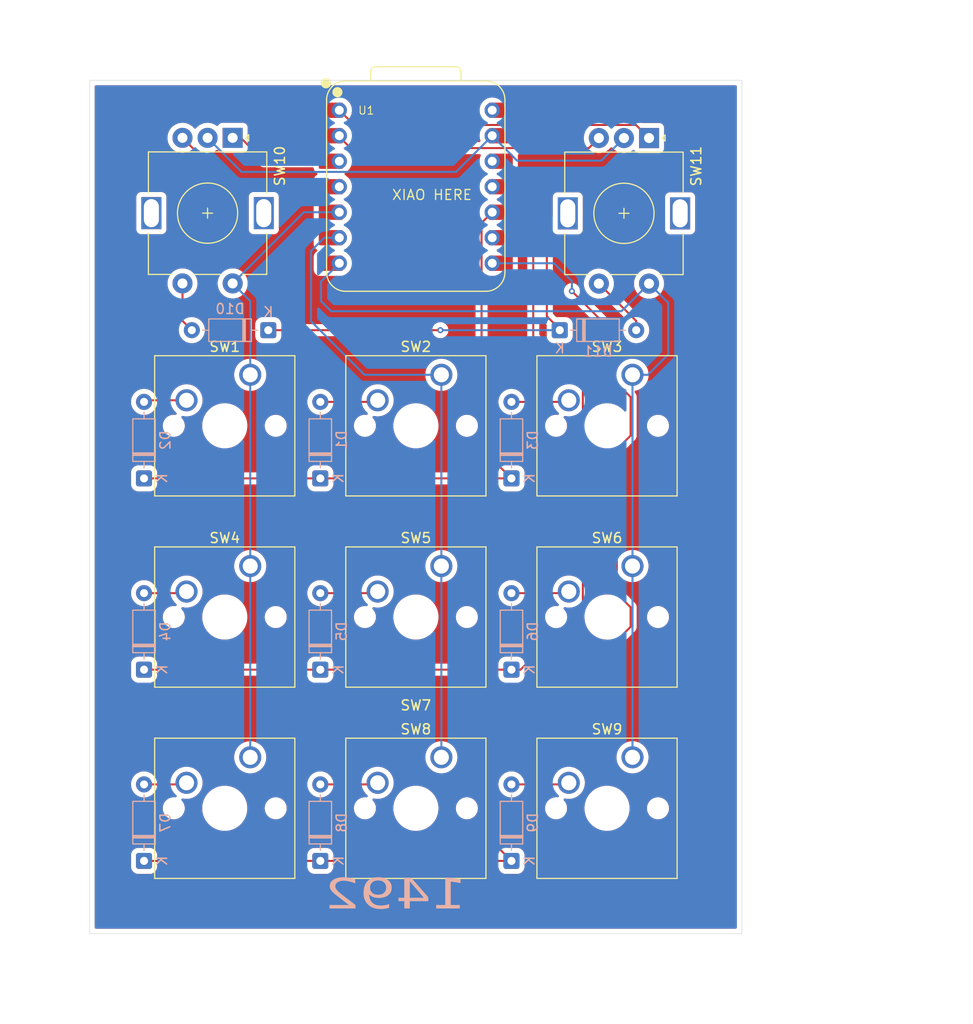
<source format=kicad_pcb>
(kicad_pcb (version 20241229) (generator "pcbnew") (generator_version "9.0")
  (layers (0 "F.Cu" signal) (2 "B.Cu" signal) (13 "F.Paste" user) (15 "B.Paste" user) (5 "F.SilkS" user "F.Silkscreen") (7 "B.SilkS" user "B.Silkscreen") (1 "F.Mask" user) (3 "B.Mask" user) (25 "Edge.Cuts" user))
  (net 0 "")
  (net 1 "Row 1")
  (net 2 "Net-(D1-A)")
  (net 3 "Net-(D2-A)")
  (net 4 "Net-(D3-A)")
  (net 5 "Row 2")
  (net 6 "Net-(D4-A)")
  (net 7 "Net-(D5-A)")
  (net 8 "Net-(D6-A)")
  (net 9 "Row 3")
  (net 10 "Net-(D7-A)")
  (net 11 "Net-(D8-A)")
  (net 12 "Net-(D9-A)")
  (net 13 "Row 0")
  (net 14 "Net-(D10-A)")
  (net 15 "Net-(D11-A)")
  (net 16 "Column 0")
  (net 17 "Column 1")
  (net 18 "Column 2")
  (net 19 "R1 Pin A")
  (net 20 "R1 Pin B")
  (net 21 "GND")
  (net 22 "R2 Pin A")
  (net 23 "R2 Pin B")
  (net 25 "+5V")
  (footprint "Rotary_Encoder:RotaryEncoder_Alps_EC11E-Switch_Vertical_H20mm" (layer "F.Cu") (at 98.123377 57.20625 -90)
    (property "Reference" "SW10" (at 2.8 -4.7 90) (layer "F.SilkS"))
    (property "Value" "RotaryEncoder_Switch")
    (fp_line (start 5.5 8.4) (end 1.4 8.399999) (stroke (width 0.12)) (layer "F.SilkS"))
    (fp_line (start 13.6 8.4) (end 9.499999 8.4) (stroke (width 0.12)) (layer "F.SilkS"))
    (fp_line (start 13.6 6) (end 13.6 8.4) (stroke (width 0.12)) (layer "F.SilkS"))
    (fp_line (start 7 2.499999) (end 8 2.5) (stroke (width 0.12)) (layer "F.SilkS"))
    (fp_line (start 7.499999 2) (end 7.5 3) (stroke (width 0.12)) (layer "F.SilkS"))
    (fp_line (start 13.6 1.2) (end 13.6 3.8) (stroke (width 0.12)) (layer "F.SilkS"))
    (fp_line (start 0 -1.3) (end -0.3 -1.6) (stroke (width 0.12)) (layer "F.SilkS"))
    (fp_line (start -0.3 -1.6) (end 0.3 -1.6) (stroke (width 0.12)) (layer "F.SilkS"))
    (fp_line (start 0.3 -1.6) (end 0 -1.3) (stroke (width 0.12)) (layer "F.SilkS"))
    (fp_line (start 5.5 -3.4) (end 1.4 -3.400001) (stroke (width 0.12)) (layer "F.SilkS"))
    (fp_line (start 9.499999 -3.4) (end 13.6 -3.4) (stroke (width 0.12)) (layer "F.SilkS"))
    (fp_line (start 13.6 -3.4) (end 13.6 -1) (stroke (width 0.12)) (layer "F.SilkS"))
    (fp_line (start 1.4 -3.400001) (end 1.4 8.399999) (stroke (width 0.12)) (layer "F.SilkS"))
    (fp_circle (center 7.5 2.5) (end 10.5 2.5) (stroke (width 0.12)) (fill no) (layer "F.SilkS"))
    (pad "A" thru_hole rect (at 0 0 270) (size 2 2) (drill 1) (layers "*.Cu" "*.Mask") (net 19 "R1 Pin A"))
    (pad "B" thru_hole circle (at 0 5 270) (size 2 2) (drill 1) (layers "*.Cu" "*.Mask") (net 20 "R1 Pin B"))
    (pad "C" thru_hole circle (at 0 2.5 270) (size 2 2) (drill 1) (layers "*.Cu" "*.Mask") (net 21 "GND"))
    (pad "MP" thru_hole rect (at 7.5 -3.1 270) (size 3.2 2) (drill oval 2.8 1.5) (layers "*.Cu" "*.Mask"))
    (pad "MP" thru_hole rect (at 7.5 8.1 270) (size 3.2 2) (drill oval 2.8 1.5) (layers "*.Cu" "*.Mask"))
    (pad "S1" thru_hole circle (at 14.5 5 270) (size 2 2) (drill 1) (layers "*.Cu" "*.Mask") (net 14 "Net-(D10-A)"))
    (pad "S2" thru_hole circle (at 14.5 0 270) (size 2 2) (drill 1) (layers "*.Cu" "*.Mask") (net 16 "Column 0"))
  )
  (footprint "Seeed Studio XIAO Series Library:XIAO-RP2040-DIP" (layer "F.Cu") (at 116.373376 62.075)
    (property "Reference" "U1" (at -4.93125 -7.6 0) (layer "F.SilkS") (effects (font (size 0.8 0.8) (thickness 0.1016))))
    (property "Value" "XIAO-RP2040-DIP")
    (fp_line (start -8.89 8.509) (end -8.89 -8.636) (stroke (width 0.127)) (layer "F.SilkS"))
    (fp_line (start -6.985 10.414) (end 6.985 10.414) (stroke (width 0.127)) (layer "F.SilkS"))
    (fp_line (start -4.495 -10.541) (end -4.491272 -11.451272) (stroke (width 0.127)) (layer "F.SilkS"))
    (fp_line (start -3.991272 -11.951) (end 4.004 -11.951) (stroke (width 0.127)) (layer "F.SilkS"))
    (fp_line (start 4.504 -11.451) (end 4.504 -10.541) (stroke (width 0.127)) (layer "F.SilkS"))
    (fp_line (start 6.985 -10.541) (end -6.985 -10.541) (stroke (width 0.1)) (layer "F.SilkS"))
    (fp_line (start 6.985 -10.541) (end -6.985 -10.541) (stroke (width 0.127)) (layer "F.SilkS"))
    (fp_line (start 8.89 8.509) (end 8.89 -8.636) (stroke (width 0.127)) (layer "F.SilkS"))
    (fp_arc (start -8.89 -8.636) (mid -8.332038 -9.983038) (end -6.985 -10.541) (stroke (width 0.127)) (layer "F.SilkS"))
    (fp_arc (start -6.985 10.414) (mid -8.332038 9.856038) (end -8.89 8.509) (stroke (width 0.127)) (layer "F.SilkS"))
    (fp_arc (start -4.491272 -11.451272) (mid -4.344728 -11.80464) (end -3.991272 -11.951) (stroke (width 0.127)) (layer "F.SilkS"))
    (fp_arc (start 4.004 -11.951) (mid 4.357553 -11.804553) (end 4.504 -11.451) (stroke (width 0.127)) (layer "F.SilkS"))
    (fp_arc (start 6.985 -10.541) (mid 8.332038 -9.983038) (end 8.89 -8.636) (stroke (width 0.127)) (layer "F.SilkS"))
    (fp_arc (start 8.89 8.509) (mid 8.332038 9.856038) (end 6.985 10.414) (stroke (width 0.127)) (layer "F.SilkS"))
    (fp_circle (center -8.95 -10.3) (end -8.95 -10.554) (stroke (width 0.5)) (fill yes) (layer "F.SilkS"))
    (fp_circle (center -7.807 -9.42) (end -7.807 -9.674) (stroke (width 0.5)) (fill yes) (layer "F.SilkS"))
    (pad "1" smd roundrect (at -8.455 -7.62 180) (size 2.432 1.524) (layers "F.Cu" "F.Mask") (roundrect_rratio 0.1) (net 22 "R2 Pin A"))
    (pad "1" thru_hole circle (at -7.62 -7.62 180) (size 1.524 1.524) (drill 0.889) (layers "*.Cu" "*.Mask") (net 22 "R2 Pin A"))
    (pad "2" smd roundrect (at -8.455 -5.08 180) (size 2.432 1.524) (layers "F.Cu" "F.Mask") (roundrect_rratio 0.1) (net 23 "R2 Pin B"))
    (pad "2" thru_hole circle (at -7.62 -5.08 180) (size 1.524 1.524) (drill 0.889) (layers "*.Cu" "*.Mask") (net 23 "R2 Pin B"))
    (pad "3" smd roundrect (at -8.455 -2.54 180) (size 2.432 1.524) (layers "F.Cu" "F.Mask") (roundrect_rratio 0.1) (net 19 "R1 Pin A"))
    (pad "3" thru_hole circle (at -7.62 -2.54 180) (size 1.524 1.524) (drill 0.889) (layers "*.Cu" "*.Mask") (net 19 "R1 Pin A"))
    (pad "4" smd roundrect (at -8.455 0 180) (size 2.432 1.524) (layers "F.Cu" "F.Mask") (roundrect_rratio 0.1) (net 20 "R1 Pin B"))
    (pad "4" thru_hole circle (at -7.62 0 180) (size 1.524 1.524) (drill 0.889) (layers "*.Cu" "*.Mask") (net 20 "R1 Pin B"))
    (pad "5" smd roundrect (at -8.455 2.54 180) (size 2.432 1.524) (layers "F.Cu" "F.Mask") (roundrect_rratio 0.1) (net 16 "Column 0"))
    (pad "5" thru_hole circle (at -7.62 2.54 180) (size 1.524 1.524) (drill 0.889) (layers "*.Cu" "*.Mask") (net 16 "Column 0"))
    (pad "6" smd roundrect (at -8.455 5.08 180) (size 2.432 1.524) (layers "F.Cu" "F.Mask") (roundrect_rratio 0.1) (net 17 "Column 1"))
    (pad "6" thru_hole circle (at -7.62 5.08 180) (size 1.524 1.524) (drill 0.889) (layers "*.Cu" "*.Mask") (net 17 "Column 1"))
    (pad "7" smd roundrect (at -8.455 7.62 180) (size 2.432 1.524) (layers "F.Cu" "F.Mask") (roundrect_rratio 0.1) (net 18 "Column 2"))
    (pad "7" thru_hole circle (at -7.62 7.62 180) (size 1.524 1.524) (drill 0.889) (layers "*.Cu" "*.Mask") (net 18 "Column 2"))
    (pad "8" thru_hole circle (at 7.62 7.62) (size 1.524 1.524) (drill 0.889) (layers "*.Cu" "*.Mask") (net 9 "Row 3"))
    (pad "8" smd roundrect (at 8.455 7.62) (size 2.432 1.524) (layers "F.Cu" "F.Mask") (roundrect_rratio 0.1) (net 9 "Row 3"))
    (pad "9" thru_hole circle (at 7.62 5.08) (size 1.524 1.524) (drill 0.889) (layers "*.Cu" "*.Mask") (net 5 "Row 2"))
    (pad "9" smd roundrect (at 8.455 5.08) (size 2.432 1.524) (layers "F.Cu" "F.Mask") (roundrect_rratio 0.1) (net 5 "Row 2"))
    (pad "10" thru_hole circle (at 7.62 2.54) (size 1.524 1.524) (drill 0.889) (layers "*.Cu" "*.Mask") (net 1 "Row 1"))
    (pad "10" smd roundrect (at 8.455 2.54) (size 2.432 1.524) (layers "F.Cu" "F.Mask") (roundrect_rratio 0.1) (net 1 "Row 1"))
    (pad "11" thru_hole circle (at 7.62 0) (size 1.524 1.524) (drill 0.889) (layers "*.Cu" "*.Mask") (net 13 "Row 0"))
    (pad "11" smd roundrect (at 8.455 0) (size 2.432 1.524) (layers "F.Cu" "F.Mask") (roundrect_rratio 0.1) (net 13 "Row 0"))
    (pad "12" thru_hole circle (at 7.62 -2.54) (size 1.524 1.524) (drill 0.889) (layers "*.Cu" "*.Mask"))
    (pad "12" smd roundrect (at 8.455 -2.54) (size 2.432 1.524) (layers "F.Cu" "F.Mask") (roundrect_rratio 0.1))
    (pad "13" thru_hole circle (at 7.62 -5.08) (size 1.524 1.524) (drill 0.889) (layers "*.Cu" "*.Mask") (net 21 "GND"))
    (pad "13" smd roundrect (at 8.455 -5.08) (size 2.432 1.524) (layers "F.Cu" "F.Mask") (roundrect_rratio 0.1) (net 21 "GND"))
    (pad "14" thru_hole circle (at 7.62 -7.62) (size 1.524 1.524) (drill 0.889) (layers "*.Cu" "*.Mask") (net 25 "+5V"))
    (pad "14" smd roundrect (at 8.455 -7.62) (size 2.432 1.524) (layers "F.Cu" "F.Mask") (roundrect_rratio 0.1) (net 25 "+5V"))
  )
  (footprint "Button_Switch_Keyboard:SW_Cherry_MX_1.00u_PCB" (layer "F.Cu") (at 99.875876 99.8575)
    (property "Reference" "SW4" (at -2.54 -2.794 0) (layer "F.SilkS"))
    (property "Value" "SW_Push_45deg")
    (fp_line (start -9.525 -1.905) (end 4.445 -1.905) (stroke (width 0.12)) (layer "F.SilkS"))
    (fp_line (start -9.525 12.065) (end -9.525 -1.905) (stroke (width 0.12)) (layer "F.SilkS"))
    (fp_line (start 4.445 -1.905) (end 4.445 12.065) (stroke (width 0.12)) (layer "F.SilkS"))
    (fp_line (start 4.445 12.065) (end -9.525 12.065) (stroke (width 0.12)) (layer "F.SilkS"))
    (pad "" np_thru_hole circle (at -7.62 5.08) (size 1.7 1.7) (drill 1.7) (layers "*.Cu" "*.Mask"))
    (pad "" np_thru_hole circle (at -2.54 5.08) (size 4 4) (drill 4) (layers "*.Cu" "*.Mask"))
    (pad "" np_thru_hole circle (at 2.54 5.08) (size 1.7 1.7) (drill 1.7) (layers "*.Cu" "*.Mask"))
    (pad "1" thru_hole circle (at 0 0) (size 2.2 2.2) (drill 1.5) (layers "*.Cu" "*.Mask") (net 16 "Column 0"))
    (pad "2" thru_hole circle (at -6.35 2.54) (size 2.2 2.2) (drill 1.5) (layers "*.Cu" "*.Mask") (net 6 "Net-(D4-A)"))
  )
  (footprint "Button_Switch_Keyboard:SW_Cherry_MX_1.00u_PCB" (layer "F.Cu") (at 118.925876 80.8075)
    (property "Reference" "SW2" (at -2.54 -2.794 0) (layer "F.SilkS"))
    (property "Value" "SW_Push_45deg")
    (fp_line (start -9.525 -1.905) (end 4.445 -1.905) (stroke (width 0.12)) (layer "F.SilkS"))
    (fp_line (start -9.525 12.065) (end -9.525 -1.905) (stroke (width 0.12)) (layer "F.SilkS"))
    (fp_line (start 4.445 -1.905) (end 4.445 12.065) (stroke (width 0.12)) (layer "F.SilkS"))
    (fp_line (start 4.445 12.065) (end -9.525 12.065) (stroke (width 0.12)) (layer "F.SilkS"))
    (pad "" np_thru_hole circle (at -7.62 5.08) (size 1.7 1.7) (drill 1.7) (layers "*.Cu" "*.Mask"))
    (pad "" np_thru_hole circle (at -2.54 5.08) (size 4 4) (drill 4) (layers "*.Cu" "*.Mask"))
    (pad "" np_thru_hole circle (at 2.54 5.08) (size 1.7 1.7) (drill 1.7) (layers "*.Cu" "*.Mask"))
    (pad "1" thru_hole circle (at 0 0) (size 2.2 2.2) (drill 1.5) (layers "*.Cu" "*.Mask") (net 17 "Column 1"))
    (pad "2" thru_hole circle (at -6.35 2.54) (size 2.2 2.2) (drill 1.5) (layers "*.Cu" "*.Mask") (net 2 "Net-(D1-A)"))
  )
  (footprint "Button_Switch_Keyboard:SW_Cherry_MX_1.00u_PCB" (layer "F.Cu") (at 118.925876 99.8575)
    (property "Reference" "SW5" (at -2.54 -2.794 0) (layer "F.SilkS"))
    (property "Value" "SW_Push_45deg")
    (fp_line (start -9.525 -1.905) (end 4.445 -1.905) (stroke (width 0.12)) (layer "F.SilkS"))
    (fp_line (start -9.525 12.065) (end -9.525 -1.905) (stroke (width 0.12)) (layer "F.SilkS"))
    (fp_line (start 4.445 -1.905) (end 4.445 12.065) (stroke (width 0.12)) (layer "F.SilkS"))
    (fp_line (start 4.445 12.065) (end -9.525 12.065) (stroke (width 0.12)) (layer "F.SilkS"))
    (pad "" np_thru_hole circle (at -7.62 5.08) (size 1.7 1.7) (drill 1.7) (layers "*.Cu" "*.Mask"))
    (pad "" np_thru_hole circle (at -2.54 5.08) (size 4 4) (drill 4) (layers "*.Cu" "*.Mask"))
    (pad "" np_thru_hole circle (at 2.54 5.08) (size 1.7 1.7) (drill 1.7) (layers "*.Cu" "*.Mask"))
    (pad "1" thru_hole circle (at 0 0) (size 2.2 2.2) (drill 1.5) (layers "*.Cu" "*.Mask") (net 17 "Column 1"))
    (pad "2" thru_hole circle (at -6.35 2.54) (size 2.2 2.2) (drill 1.5) (layers "*.Cu" "*.Mask") (net 7 "Net-(D5-A)"))
  )
  (footprint "Button_Switch_Keyboard:SW_Cherry_MX_1.00u_PCB" (layer "F.Cu") (at 137.975876 118.9075)
    (property "Reference" "SW9" (at -2.54 -2.794 0) (layer "F.SilkS"))
    (property "Value" "SW_Push_45deg")
    (fp_line (start -9.525 -1.905) (end 4.445 -1.905) (stroke (width 0.12)) (layer "F.SilkS"))
    (fp_line (start -9.525 12.065) (end -9.525 -1.905) (stroke (width 0.12)) (layer "F.SilkS"))
    (fp_line (start 4.445 -1.905) (end 4.445 12.065) (stroke (width 0.12)) (layer "F.SilkS"))
    (fp_line (start 4.445 12.065) (end -9.525 12.065) (stroke (width 0.12)) (layer "F.SilkS"))
    (pad "" np_thru_hole circle (at -7.62 5.08) (size 1.7 1.7) (drill 1.7) (layers "*.Cu" "*.Mask"))
    (pad "" np_thru_hole circle (at -2.54 5.08) (size 4 4) (drill 4) (layers "*.Cu" "*.Mask"))
    (pad "" np_thru_hole circle (at 2.54 5.08) (size 1.7 1.7) (drill 1.7) (layers "*.Cu" "*.Mask"))
    (pad "1" thru_hole circle (at 0 0) (size 2.2 2.2) (drill 1.5) (layers "*.Cu" "*.Mask") (net 18 "Column 2"))
    (pad "2" thru_hole circle (at -6.35 2.54) (size 2.2 2.2) (drill 1.5) (layers "*.Cu" "*.Mask") (net 12 "Net-(D9-A)"))
  )
  (footprint "Button_Switch_Keyboard:SW_Cherry_MX_1.00u_PCB" (layer "F.Cu") (at 118.925876 118.9075)
    (property "Reference" "SW8" (at -2.54 -2.794 0) (layer "F.SilkS"))
    (property "Value" "SW_Push_45deg")
    (fp_line (start -9.525 -1.905) (end 4.445 -1.905) (stroke (width 0.12)) (layer "F.SilkS"))
    (fp_line (start -9.525 12.065) (end -9.525 -1.905) (stroke (width 0.12)) (layer "F.SilkS"))
    (fp_line (start 4.445 -1.905) (end 4.445 12.065) (stroke (width 0.12)) (layer "F.SilkS"))
    (fp_line (start 4.445 12.065) (end -9.525 12.065) (stroke (width 0.12)) (layer "F.SilkS"))
    (pad "" np_thru_hole circle (at -7.62 5.08) (size 1.7 1.7) (drill 1.7) (layers "*.Cu" "*.Mask"))
    (pad "" np_thru_hole circle (at -2.54 5.08) (size 4 4) (drill 4) (layers "*.Cu" "*.Mask"))
    (pad "" np_thru_hole circle (at 2.54 5.08) (size 1.7 1.7) (drill 1.7) (layers "*.Cu" "*.Mask"))
    (pad "1" thru_hole circle (at 0 0) (size 2.2 2.2) (drill 1.5) (layers "*.Cu" "*.Mask") (net 17 "Column 1"))
    (pad "2" thru_hole circle (at -6.35 2.54) (size 2.2 2.2) (drill 1.5) (layers "*.Cu" "*.Mask") (net 11 "Net-(D8-A)"))
  )
  (footprint "Button_Switch_Keyboard:SW_Cherry_MX_1.00u_PCB" (layer "F.Cu") (at 99.875876 80.8075)
    (property "Reference" "SW1" (at -2.54 -2.794 0) (layer "F.SilkS"))
    (property "Value" "SW_Push_45deg")
    (fp_line (start -9.525 -1.905) (end 4.445 -1.905) (stroke (width 0.12)) (layer "F.SilkS"))
    (fp_line (start -9.525 12.065) (end -9.525 -1.905) (stroke (width 0.12)) (layer "F.SilkS"))
    (fp_line (start 4.445 -1.905) (end 4.445 12.065) (stroke (width 0.12)) (layer "F.SilkS"))
    (fp_line (start 4.445 12.065) (end -9.525 12.065) (stroke (width 0.12)) (layer "F.SilkS"))
    (pad "" np_thru_hole circle (at -7.62 5.08) (size 1.7 1.7) (drill 1.7) (layers "*.Cu" "*.Mask"))
    (pad "" np_thru_hole circle (at -2.54 5.08) (size 4 4) (drill 4) (layers "*.Cu" "*.Mask"))
    (pad "" np_thru_hole circle (at 2.54 5.08) (size 1.7 1.7) (drill 1.7) (layers "*.Cu" "*.Mask"))
    (pad "1" thru_hole circle (at 0 0) (size 2.2 2.2) (drill 1.5) (layers "*.Cu" "*.Mask") (net 16 "Column 0"))
    (pad "2" thru_hole circle (at -6.35 2.54) (size 2.2 2.2) (drill 1.5) (layers "*.Cu" "*.Mask") (net 3 "Net-(D2-A)"))
  )
  (footprint "Button_Switch_Keyboard:SW_Cherry_MX_1.00u_PCB" (layer "F.Cu") (at 137.975876 99.8575)
    (property "Reference" "SW6" (at -2.54 -2.794 0) (layer "F.SilkS"))
    (property "Value" "SW_Push_45deg")
    (fp_line (start -9.525 -1.905) (end 4.445 -1.905) (stroke (width 0.12)) (layer "F.SilkS"))
    (fp_line (start -9.525 12.065) (end -9.525 -1.905) (stroke (width 0.12)) (layer "F.SilkS"))
    (fp_line (start 4.445 -1.905) (end 4.445 12.065) (stroke (width 0.12)) (layer "F.SilkS"))
    (fp_line (start 4.445 12.065) (end -9.525 12.065) (stroke (width 0.12)) (layer "F.SilkS"))
    (pad "" np_thru_hole circle (at -7.62 5.08) (size 1.7 1.7) (drill 1.7) (layers "*.Cu" "*.Mask"))
    (pad "" np_thru_hole circle (at -2.54 5.08) (size 4 4) (drill 4) (layers "*.Cu" "*.Mask"))
    (pad "" np_thru_hole circle (at 2.54 5.08) (size 1.7 1.7) (drill 1.7) (layers "*.Cu" "*.Mask"))
    (pad "1" thru_hole circle (at 0 0) (size 2.2 2.2) (drill 1.5) (layers "*.Cu" "*.Mask") (net 18 "Column 2"))
    (pad "2" thru_hole circle (at -6.35 2.54) (size 2.2 2.2) (drill 1.5) (layers "*.Cu" "*.Mask") (net 8 "Net-(D6-A)"))
  )
  (footprint "Button_Switch_Keyboard:SW_Cherry_MX_1.00u_PCB" (layer "F.Cu") (at 137.975876 80.8075)
    (property "Reference" "SW3" (at -2.54 -2.794 0) (layer "F.SilkS"))
    (property "Value" "SW_Push_45deg")
    (fp_line (start -9.525 -1.905) (end 4.445 -1.905) (stroke (width 0.12)) (layer "F.SilkS"))
    (fp_line (start -9.525 12.065) (end -9.525 -1.905) (stroke (width 0.12)) (layer "F.SilkS"))
    (fp_line (start 4.445 -1.905) (end 4.445 12.065) (stroke (width 0.12)) (layer "F.SilkS"))
    (fp_line (start 4.445 12.065) (end -9.525 12.065) (stroke (width 0.12)) (layer "F.SilkS"))
    (pad "" np_thru_hole circle (at -7.62 5.08) (size 1.7 1.7) (drill 1.7) (layers "*.Cu" "*.Mask"))
    (pad "" np_thru_hole circle (at -2.54 5.08) (size 4 4) (drill 4) (layers "*.Cu" "*.Mask"))
    (pad "" np_thru_hole circle (at 2.54 5.08) (size 1.7 1.7) (drill 1.7) (layers "*.Cu" "*.Mask"))
    (pad "1" thru_hole circle (at 0 0) (size 2.2 2.2) (drill 1.5) (layers "*.Cu" "*.Mask") (net 18 "Column 2"))
    (pad "2" thru_hole circle (at -6.35 2.54) (size 2.2 2.2) (drill 1.5) (layers "*.Cu" "*.Mask") (net 4 "Net-(D3-A)"))
  )
  (footprint "Rotary_Encoder:RotaryEncoder_Alps_EC11E-Switch_Vertical_H20mm" (layer "F.Cu") (at 139.623377 57.225 -90)
    (property "Reference" "SW11" (at 2.8 -4.7 90) (layer "F.SilkS"))
    (property "Value" "RotaryEncoder_Switch")
    (fp_line (start 5.5 8.4) (end 1.4 8.399999) (stroke (width 0.12)) (layer "F.SilkS"))
    (fp_line (start 13.6 8.4) (end 9.499999 8.4) (stroke (width 0.12)) (layer "F.SilkS"))
    (fp_line (start 13.6 6) (end 13.6 8.4) (stroke (width 0.12)) (layer "F.SilkS"))
    (fp_line (start 7 2.499999) (end 8 2.5) (stroke (width 0.12)) (layer "F.SilkS"))
    (fp_line (start 7.499999 2) (end 7.5 3) (stroke (width 0.12)) (layer "F.SilkS"))
    (fp_line (start 13.6 1.2) (end 13.6 3.8) (stroke (width 0.12)) (layer "F.SilkS"))
    (fp_line (start 0 -1.3) (end -0.3 -1.6) (stroke (width 0.12)) (layer "F.SilkS"))
    (fp_line (start -0.3 -1.6) (end 0.3 -1.6) (stroke (width 0.12)) (layer "F.SilkS"))
    (fp_line (start 0.3 -1.6) (end 0 -1.3) (stroke (width 0.12)) (layer "F.SilkS"))
    (fp_line (start 5.5 -3.4) (end 1.4 -3.400001) (stroke (width 0.12)) (layer "F.SilkS"))
    (fp_line (start 9.499999 -3.4) (end 13.6 -3.4) (stroke (width 0.12)) (layer "F.SilkS"))
    (fp_line (start 13.6 -3.4) (end 13.6 -1) (stroke (width 0.12)) (layer "F.SilkS"))
    (fp_line (start 1.4 -3.400001) (end 1.4 8.399999) (stroke (width 0.12)) (layer "F.SilkS"))
    (fp_circle (center 7.5 2.5) (end 10.5 2.5) (stroke (width 0.12)) (fill no) (layer "F.SilkS"))
    (pad "A" thru_hole rect (at 0 0 270) (size 2 2) (drill 1) (layers "*.Cu" "*.Mask") (net 22 "R2 Pin A"))
    (pad "B" thru_hole circle (at 0 5 270) (size 2 2) (drill 1) (layers "*.Cu" "*.Mask") (net 23 "R2 Pin B"))
    (pad "C" thru_hole circle (at 0 2.5 270) (size 2 2) (drill 1) (layers "*.Cu" "*.Mask") (net 21 "GND"))
    (pad "MP" thru_hole rect (at 7.5 -3.1 270) (size 3.2 2) (drill oval 2.8 1.5) (layers "*.Cu" "*.Mask"))
    (pad "MP" thru_hole rect (at 7.5 8.1 270) (size 3.2 2) (drill oval 2.8 1.5) (layers "*.Cu" "*.Mask"))
    (pad "S1" thru_hole circle (at 14.5 5 270) (size 2 2) (drill 1) (layers "*.Cu" "*.Mask") (net 15 "Net-(D11-A)"))
    (pad "S2" thru_hole circle (at 14.5 0 270) (size 2 2) (drill 1) (layers "*.Cu" "*.Mask") (net 18 "Column 2"))
  )
  (footprint "Button_Switch_Keyboard:SW_Cherry_MX_1.00u_PCB" (layer "F.Cu") (at 99.875876 118.9075)
    (property "Reference" "SW7" (at 16.51 -5.17525 0) (layer "F.SilkS"))
    (property "Value" "SW_Push_45deg")
    (fp_line (start -9.525 -1.905) (end 4.445 -1.905) (stroke (width 0.12)) (layer "F.SilkS"))
    (fp_line (start -9.525 12.065) (end -9.525 -1.905) (stroke (width 0.12)) (layer "F.SilkS"))
    (fp_line (start 4.445 -1.905) (end 4.445 12.065) (stroke (width 0.12)) (layer "F.SilkS"))
    (fp_line (start 4.445 12.065) (end -9.525 12.065) (stroke (width 0.12)) (layer "F.SilkS"))
    (pad "" np_thru_hole circle (at -7.62 5.08) (size 1.7 1.7) (drill 1.7) (layers "*.Cu" "*.Mask"))
    (pad "" np_thru_hole circle (at -2.54 5.08) (size 4 4) (drill 4) (layers "*.Cu" "*.Mask"))
    (pad "" np_thru_hole circle (at 2.54 5.08) (size 1.7 1.7) (drill 1.7) (layers "*.Cu" "*.Mask"))
    (pad "1" thru_hole circle (at 0 0) (size 2.2 2.2) (drill 1.5) (layers "*.Cu" "*.Mask") (net 16 "Column 0"))
    (pad "2" thru_hole circle (at -6.35 2.54) (size 2.2 2.2) (drill 1.5) (layers "*.Cu" "*.Mask") (net 10 "Net-(D7-A)"))
  )
  (footprint "Diode_THT:D_DO-35_SOD27_P7.62mm_Horizontal" (layer "B.Cu") (at 125.910876 110.17625 90)
    (property "Reference" "D6" (at 3.81 2.12 90) (layer "B.SilkS") (effects (justify mirror)))
    (property "Value" "1N4148")
    (fp_line (start 6.580001 0) (end 5.93 0) (stroke (width 0.12)) (layer "B.SilkS"))
    (fp_line (start 1.04 0) (end 1.689999 0) (stroke (width 0.12)) (layer "B.SilkS"))
    (fp_line (start 2.53 1.12) (end 2.53 -1.12) (stroke (width 0.12)) (layer "B.SilkS"))
    (fp_line (start 2.41 1.12) (end 2.41 -1.12) (stroke (width 0.12)) (layer "B.SilkS"))
    (fp_line (start 2.29 1.12) (end 2.29 -1.12) (stroke (width 0.12)) (layer "B.SilkS"))
    (fp_poly (pts (xy 1.69 1.12) (xy 5.93 1.12) (xy 5.93 -1.12) (xy 1.69 -1.12)) (stroke (width 0.12)) (fill no) (layer "B.SilkS"))
    (fp_text user "K" (at 0 1.8 90) (layer "B.SilkS") (effects (justify mirror)))
    (pad "1" thru_hole roundrect (at 0 0 90) (size 1.6 1.6) (drill 0.8) (layers "*.Cu" "*.Mask") (roundrect_rratio 0.15625) (net 5 "Row 2"))
    (pad "2" thru_hole circle (at 7.62 0 90) (size 1.6 1.6) (drill 0.8) (layers "*.Cu" "*.Mask") (net 8 "Net-(D6-A)"))
  )
  (footprint "Diode_THT:D_DO-35_SOD27_P7.62mm_Horizontal" (layer "B.Cu") (at 106.860876 91.12625 90)
    (property "Reference" "D1" (at 3.81 2.12 90) (layer "B.SilkS") (effects (justify mirror)))
    (property "Value" "1N4148")
    (fp_line (start 6.580001 0) (end 5.93 0) (stroke (width 0.12)) (layer "B.SilkS"))
    (fp_line (start 1.04 0) (end 1.689999 0) (stroke (width 0.12)) (layer "B.SilkS"))
    (fp_line (start 2.53 1.12) (end 2.53 -1.12) (stroke (width 0.12)) (layer "B.SilkS"))
    (fp_line (start 2.41 1.12) (end 2.41 -1.12) (stroke (width 0.12)) (layer "B.SilkS"))
    (fp_line (start 2.29 1.12) (end 2.29 -1.12) (stroke (width 0.12)) (layer "B.SilkS"))
    (fp_poly (pts (xy 1.69 1.12) (xy 5.93 1.12) (xy 5.93 -1.12) (xy 1.69 -1.12)) (stroke (width 0.12)) (fill no) (layer "B.SilkS"))
    (fp_text user "K" (at 0 1.8 90) (layer "B.SilkS") (effects (justify mirror)))
    (pad "1" thru_hole roundrect (at 0 0 90) (size 1.6 1.6) (drill 0.8) (layers "*.Cu" "*.Mask") (roundrect_rratio 0.15625) (net 1 "Row 1"))
    (pad "2" thru_hole circle (at 7.62 0 90) (size 1.6 1.6) (drill 0.8) (layers "*.Cu" "*.Mask") (net 2 "Net-(D1-A)"))
  )
  (footprint "Diode_THT:D_DO-35_SOD27_P7.62mm_Horizontal" (layer "B.Cu") (at 89.29125 91.12625 90)
    (property "Reference" "D2" (at 3.81 2.12 90) (layer "B.SilkS") (effects (justify mirror)))
    (property "Value" "1N4148")
    (fp_line (start 6.580001 0) (end 5.93 0) (stroke (width 0.12)) (layer "B.SilkS"))
    (fp_line (start 1.04 0) (end 1.689999 0) (stroke (width 0.12)) (layer "B.SilkS"))
    (fp_line (start 2.53 1.12) (end 2.53 -1.12) (stroke (width 0.12)) (layer "B.SilkS"))
    (fp_line (start 2.41 1.12) (end 2.41 -1.12) (stroke (width 0.12)) (layer "B.SilkS"))
    (fp_line (start 2.29 1.12) (end 2.29 -1.12) (stroke (width 0.12)) (layer "B.SilkS"))
    (fp_poly (pts (xy 1.69 1.12) (xy 5.93 1.12) (xy 5.93 -1.12) (xy 1.69 -1.12)) (stroke (width 0.12)) (fill no) (layer "B.SilkS"))
    (fp_text user "K" (at 0 1.8 90) (layer "B.SilkS") (effects (justify mirror)))
    (pad "1" thru_hole roundrect (at 0 0 90) (size 1.6 1.6) (drill 0.8) (layers "*.Cu" "*.Mask") (roundrect_rratio 0.15625) (net 1 "Row 1"))
    (pad "2" thru_hole circle (at 7.62 0 90) (size 1.6 1.6) (drill 0.8) (layers "*.Cu" "*.Mask") (net 3 "Net-(D2-A)"))
  )
  (footprint "Diode_THT:D_DO-35_SOD27_P7.62mm_Horizontal" (layer "B.Cu") (at 101.67375 76.3625 180)
    (property "Reference" "D10" (at 3.81 2.12 0) (layer "B.SilkS") (effects (justify mirror)))
    (property "Value" "1N4148")
    (fp_line (start 6.580001 0) (end 5.93 0) (stroke (width 0.12)) (layer "B.SilkS"))
    (fp_line (start 2.53 1.12) (end 2.53 -1.12) (stroke (width 0.12)) (layer "B.SilkS"))
    (fp_line (start 2.41 1.12) (end 2.41 -1.12) (stroke (width 0.12)) (layer "B.SilkS"))
    (fp_line (start 2.29 1.12) (end 2.29 -1.12) (stroke (width 0.12)) (layer "B.SilkS"))
    (fp_line (start 1.04 0) (end 1.689999 0) (stroke (width 0.12)) (layer "B.SilkS"))
    (fp_poly (pts (xy 1.69 1.12) (xy 5.93 1.12) (xy 5.93 -1.12) (xy 1.69 -1.12)) (stroke (width 0.12)) (fill no) (layer "B.SilkS"))
    (fp_text user "K" (at 0 1.8 0) (layer "B.SilkS") (effects (justify mirror)))
    (pad "1" thru_hole roundrect (at 0 0 180) (size 1.6 1.6) (drill 0.8) (layers "*.Cu" "*.Mask") (roundrect_rratio 0.15625) (net 13 "Row 0"))
    (pad "2" thru_hole circle (at 7.62 0 180) (size 1.6 1.6) (drill 0.8) (layers "*.Cu" "*.Mask") (net 14 "Net-(D10-A)"))
  )
  (footprint "Diode_THT:D_DO-35_SOD27_P7.62mm_Horizontal" (layer "B.Cu") (at 125.910876 91.12625 90)
    (property "Reference" "D3" (at 3.81 2.12 90) (layer "B.SilkS") (effects (justify mirror)))
    (property "Value" "1N4148")
    (fp_line (start 6.580001 0) (end 5.93 0) (stroke (width 0.12)) (layer "B.SilkS"))
    (fp_line (start 1.04 0) (end 1.689999 0) (stroke (width 0.12)) (layer "B.SilkS"))
    (fp_line (start 2.53 1.12) (end 2.53 -1.12) (stroke (width 0.12)) (layer "B.SilkS"))
    (fp_line (start 2.41 1.12) (end 2.41 -1.12) (stroke (width 0.12)) (layer "B.SilkS"))
    (fp_line (start 2.29 1.12) (end 2.29 -1.12) (stroke (width 0.12)) (layer "B.SilkS"))
    (fp_poly (pts (xy 1.69 1.12) (xy 5.93 1.12) (xy 5.93 -1.12) (xy 1.69 -1.12)) (stroke (width 0.12)) (fill no) (layer "B.SilkS"))
    (fp_text user "K" (at 0 1.8 90) (layer "B.SilkS") (effects (justify mirror)))
    (pad "1" thru_hole roundrect (at 0 0 90) (size 1.6 1.6) (drill 0.8) (layers "*.Cu" "*.Mask") (roundrect_rratio 0.15625) (net 1 "Row 1"))
    (pad "2" thru_hole circle (at 7.62 0 90) (size 1.6 1.6) (drill 0.8) (layers "*.Cu" "*.Mask") (net 4 "Net-(D3-A)"))
  )
  (footprint "Diode_THT:D_DO-35_SOD27_P7.62mm_Horizontal" (layer "B.Cu") (at 89.29125 110.17625 90)
    (property "Reference" "D4" (at 3.81 2.12 90) (layer "B.SilkS") (effects (justify mirror)))
    (property "Value" "1N4148")
    (fp_line (start 6.580001 0) (end 5.93 0) (stroke (width 0.12)) (layer "B.SilkS"))
    (fp_line (start 1.04 0) (end 1.689999 0) (stroke (width 0.12)) (layer "B.SilkS"))
    (fp_line (start 2.53 1.12) (end 2.53 -1.12) (stroke (width 0.12)) (layer "B.SilkS"))
    (fp_line (start 2.41 1.12) (end 2.41 -1.12) (stroke (width 0.12)) (layer "B.SilkS"))
    (fp_line (start 2.29 1.12) (end 2.29 -1.12) (stroke (width 0.12)) (layer "B.SilkS"))
    (fp_poly (pts (xy 1.69 1.12) (xy 5.93 1.12) (xy 5.93 -1.12) (xy 1.69 -1.12)) (stroke (width 0.12)) (fill no) (layer "B.SilkS"))
    (fp_text user "K" (at 0 1.8 90) (layer "B.SilkS") (effects (justify mirror)))
    (pad "1" thru_hole roundrect (at 0 0 90) (size 1.6 1.6) (drill 0.8) (layers "*.Cu" "*.Mask") (roundrect_rratio 0.15625) (net 5 "Row 2"))
    (pad "2" thru_hole circle (at 7.62 0 90) (size 1.6 1.6) (drill 0.8) (layers "*.Cu" "*.Mask") (net 6 "Net-(D4-A)"))
  )
  (footprint "Diode_THT:D_DO-35_SOD27_P7.62mm_Horizontal" (layer "B.Cu") (at 106.860876 110.17625 90)
    (property "Reference" "D5" (at 3.81 2.12 90) (layer "B.SilkS") (effects (justify mirror)))
    (property "Value" "1N4148")
    (fp_line (start 6.580001 0) (end 5.93 0) (stroke (width 0.12)) (layer "B.SilkS"))
    (fp_line (start 1.04 0) (end 1.689999 0) (stroke (width 0.12)) (layer "B.SilkS"))
    (fp_line (start 2.53 1.12) (end 2.53 -1.12) (stroke (width 0.12)) (layer "B.SilkS"))
    (fp_line (start 2.41 1.12) (end 2.41 -1.12) (stroke (width 0.12)) (layer "B.SilkS"))
    (fp_line (start 2.29 1.12) (end 2.29 -1.12) (stroke (width 0.12)) (layer "B.SilkS"))
    (fp_poly (pts (xy 1.69 1.12) (xy 5.93 1.12) (xy 5.93 -1.12) (xy 1.69 -1.12)) (stroke (width 0.12)) (fill no) (layer "B.SilkS"))
    (fp_text user "K" (at 0 1.8 90) (layer "B.SilkS") (effects (justify mirror)))
    (pad "1" thru_hole roundrect (at 0 0 90) (size 1.6 1.6) (drill 0.8) (layers "*.Cu" "*.Mask") (roundrect_rratio 0.15625) (net 5 "Row 2"))
    (pad "2" thru_hole circle (at 7.62 0 90) (size 1.6 1.6) (drill 0.8) (layers "*.Cu" "*.Mask") (net 7 "Net-(D5-A)"))
  )
  (footprint "Diode_THT:D_DO-35_SOD27_P7.62mm_Horizontal" (layer "B.Cu") (at 125.910876 129.22625 90)
    (property "Reference" "D9" (at 3.81 2.12 90) (layer "B.SilkS") (effects (justify mirror)))
    (property "Value" "1N4148")
    (fp_line (start 6.580001 0) (end 5.93 0) (stroke (width 0.12)) (layer "B.SilkS"))
    (fp_line (start 1.04 0) (end 1.689999 0) (stroke (width 0.12)) (layer "B.SilkS"))
    (fp_line (start 2.53 1.12) (end 2.53 -1.12) (stroke (width 0.12)) (layer "B.SilkS"))
    (fp_line (start 2.41 1.12) (end 2.41 -1.12) (stroke (width 0.12)) (layer "B.SilkS"))
    (fp_line (start 2.29 1.12) (end 2.29 -1.12) (stroke (width 0.12)) (layer "B.SilkS"))
    (fp_poly (pts (xy 1.69 1.12) (xy 5.93 1.12) (xy 5.93 -1.12) (xy 1.69 -1.12)) (stroke (width 0.12)) (fill no) (layer "B.SilkS"))
    (fp_text user "K" (at 0 1.8 90) (layer "B.SilkS") (effects (justify mirror)))
    (pad "1" thru_hole roundrect (at 0 0 90) (size 1.6 1.6) (drill 0.8) (layers "*.Cu" "*.Mask") (roundrect_rratio 0.15625) (net 9 "Row 3"))
    (pad "2" thru_hole circle (at 7.62 0 90) (size 1.6 1.6) (drill 0.8) (layers "*.Cu" "*.Mask") (net 12 "Net-(D9-A)"))
  )
  (footprint "Diode_THT:D_DO-35_SOD27_P7.62mm_Horizontal" (layer "B.Cu") (at 89.29125 129.22625 90)
    (property "Reference" "D7" (at 3.81 2.12 90) (layer "B.SilkS") (effects (justify mirror)))
    (property "Value" "1N4148")
    (fp_line (start 6.580001 0) (end 5.93 0) (stroke (width 0.12)) (layer "B.SilkS"))
    (fp_line (start 1.04 0) (end 1.689999 0) (stroke (width 0.12)) (layer "B.SilkS"))
    (fp_line (start 2.53 1.12) (end 2.53 -1.12) (stroke (width 0.12)) (layer "B.SilkS"))
    (fp_line (start 2.41 1.12) (end 2.41 -1.12) (stroke (width 0.12)) (layer "B.SilkS"))
    (fp_line (start 2.29 1.12) (end 2.29 -1.12) (stroke (width 0.12)) (layer "B.SilkS"))
    (fp_poly (pts (xy 1.69 1.12) (xy 5.93 1.12) (xy 5.93 -1.12) (xy 1.69 -1.12)) (stroke (width 0.12)) (fill no) (layer "B.SilkS"))
    (fp_text user "K" (at 0 1.8 90) (layer "B.SilkS") (effects (justify mirror)))
    (pad "1" thru_hole roundrect (at 0 0 90) (size 1.6 1.6) (drill 0.8) (layers "*.Cu" "*.Mask") (roundrect_rratio 0.15625) (net 9 "Row 3"))
    (pad "2" thru_hole circle (at 7.62 0 90) (size 1.6 1.6) (drill 0.8) (layers "*.Cu" "*.Mask") (net 10 "Net-(D7-A)"))
  )
  (footprint "Diode_THT:D_DO-35_SOD27_P7.62mm_Horizontal" (layer "B.Cu") (at 130.725001 76.3625)
    (property "Reference" "D11" (at 3.81 2.12 0) (layer "B.SilkS") (effects (justify mirror)))
    (property "Value" "1N4148")
    (fp_line (start 1.04 0) (end 1.689999 0) (stroke (width 0.12)) (layer "B.SilkS"))
    (fp_line (start 2.29 1.12) (end 2.29 -1.12) (stroke (width 0.12)) (layer "B.SilkS"))
    (fp_line (start 2.41 1.12) (end 2.41 -1.12) (stroke (width 0.12)) (layer "B.SilkS"))
    (fp_line (start 2.53 1.12) (end 2.53 -1.12) (stroke (width 0.12)) (layer "B.SilkS"))
    (fp_line (start 6.580001 0) (end 5.93 0) (stroke (width 0.12)) (layer "B.SilkS"))
    (fp_poly (pts (xy 1.69 1.12) (xy 5.93 1.12) (xy 5.93 -1.12) (xy 1.69 -1.12)) (stroke (width 0.12)) (fill no) (layer "B.SilkS"))
    (fp_text user "K" (at 0 1.8 0) (layer "B.SilkS") (effects (justify mirror)))
    (pad "1" thru_hole roundrect (at 0 0) (size 1.6 1.6) (drill 0.8) (layers "*.Cu" "*.Mask") (roundrect_rratio 0.15625) (net 13 "Row 0"))
    (pad "2" thru_hole circle (at 7.62 0) (size 1.6 1.6) (drill 0.8) (layers "*.Cu" "*.Mask") (net 15 "Net-(D11-A)"))
  )
  (footprint "Diode_THT:D_DO-35_SOD27_P7.62mm_Horizontal" (layer "B.Cu") (at 106.860876 129.22625 90)
    (property "Reference" "D8" (at 3.81 2.12 90) (layer "B.SilkS") (effects (justify mirror)))
    (property "Value" "1N4148")
    (fp_line (start 6.580001 0) (end 5.93 0) (stroke (width 0.12)) (layer "B.SilkS"))
    (fp_line (start 1.04 0) (end 1.689999 0) (stroke (width 0.12)) (layer "B.SilkS"))
    (fp_line (start 2.53 1.12) (end 2.53 -1.12) (stroke (width 0.12)) (layer "B.SilkS"))
    (fp_line (start 2.41 1.12) (end 2.41 -1.12) (stroke (width 0.12)) (layer "B.SilkS"))
    (fp_line (start 2.29 1.12) (end 2.29 -1.12) (stroke (width 0.12)) (layer "B.SilkS"))
    (fp_poly (pts (xy 1.69 1.12) (xy 5.93 1.12) (xy 5.93 -1.12) (xy 1.69 -1.12)) (stroke (width 0.12)) (fill no) (layer "B.SilkS"))
    (fp_text user "K" (at 0 1.8 90) (layer "B.SilkS") (effects (justify mirror)))
    (pad "1" thru_hole roundrect (at 0 0 90) (size 1.6 1.6) (drill 0.8) (layers "*.Cu" "*.Mask") (roundrect_rratio 0.15625) (net 9 "Row 3"))
    (pad "2" thru_hole circle (at 7.62 0 90) (size 1.6 1.6) (drill 0.8) (layers "*.Cu" "*.Mask") (net 11 "Net-(D8-A)"))
  )
  (gr_rect (start 83.873376 51.475) (end 148.873376 136.475) (stroke (width 0.05)) (fill no) (layer "Edge.Cuts"))
  (gr_text "XIAO HERE" (at 113.935 63.475 0) (layer "F.SilkS") (effects (font (size 1 1) (thickness 0.125)) (justify left bottom)))
  (gr_text "1492" (at 121.454626 134.475 0) (layer "B.SilkS") (effects (font (size 3 4) (thickness 0.125)) (justify left bottom mirror)))
  (segment (start 122.930376 88.14575) (end 125.910876 91.12625) (width 0.2) (layer "F.Cu") (net 1))
  (segment (start 123.993376 64.615) (end 122.930376 65.678) (width 0.2) (layer "F.Cu") (net 1))
  (segment (start 89.29125 91.12625) (end 125.910876 91.12625) (width 0.2) (layer "F.Cu") (net 1))
  (segment (start 122.930376 65.678) (end 122.930376 88.14575) (width 0.2) (layer "F.Cu") (net 1))
  (segment (start 112.417126 83.50625) (end 112.575876 83.3475) (width 0.2) (layer "F.Cu") (net 2))
  (segment (start 106.860876 83.50625) (end 112.417126 83.50625) (width 0.2) (layer "F.Cu") (net 2))
  (segment (start 89.45 83.3475) (end 89.29125 83.50625) (width 0.2) (layer "F.Cu") (net 3))
  (segment (start 93.525876 83.3475) (end 89.45 83.3475) (width 0.2) (layer "F.Cu") (net 3))
  (segment (start 131.467126 83.50625) (end 131.625876 83.3475) (width 0.2) (layer "F.Cu") (net 4))
  (segment (start 125.910876 83.50625) (end 131.467126 83.50625) (width 0.2) (layer "F.Cu") (net 4))
  (segment (start 128.085 77.089032) (end 133.026876 82.030909) (width 0.2) (layer "F.Cu") (net 5))
  (segment (start 127.615 67.155) (end 128.085 67.625) (width 0.2) (layer "F.Cu") (net 5))
  (segment (start 133.026876 82.030909) (end 133.026876 103.96497) (width 0.2) (layer "F.Cu") (net 5))
  (segment (start 133.026876 103.96497) (end 126.815596 110.17625) (width 0.2) (layer "F.Cu") (net 5))
  (segment (start 128.085 67.625) (end 128.085 77.089032) (width 0.2) (layer "F.Cu") (net 5))
  (segment (start 126.815596 110.17625) (end 125.910876 110.17625) (width 0.2) (layer "F.Cu") (net 5))
  (segment (start 123.993376 67.155) (end 127.615 67.155) (width 0.2) (layer "F.Cu") (net 5))
  (segment (start 89.29125 110.17625) (end 125.910876 110.17625) (width 0.2) (layer "F.Cu") (net 5))
  (segment (start 89.29125 102.55625) (end 93.367126 102.55625) (width 0.2) (layer "F.Cu") (net 6))
  (segment (start 93.367126 102.55625) (end 93.525876 102.3975) (width 0.2) (layer "F.Cu") (net 6))
  (segment (start 112.417126 102.55625) (end 112.575876 102.3975) (width 0.2) (layer "F.Cu") (net 7))
  (segment (start 106.860876 102.55625) (end 112.417126 102.55625) (width 0.2) (layer "F.Cu") (net 7))
  (segment (start 125.910876 102.55625) (end 131.467126 102.55625) (width 0.2) (layer "F.Cu") (net 8))
  (segment (start 131.467126 102.55625) (end 131.625876 102.3975) (width 0.2) (layer "F.Cu") (net 8))
  (segment (start 135.589143 76.129143) (end 131.935 72.475) (width 0.2) (layer "F.Cu") (net 9))
  (segment (start 137.786876 83.018589) (end 135.589143 80.820857) (width 0.2) (layer "F.Cu") (net 9))
  (segment (start 125.910876 129.22625) (end 123.454626 126.77) (width 0.2) (layer "F.Cu") (net 9))
  (segment (start 123.454626 120.243566) (end 137.786876 105.911316) (width 0.2) (layer "F.Cu") (net 9))
  (segment (start 135.589143 80.820857) (end 135.589143 76.129143) (width 0.2) (layer "F.Cu") (net 9))
  (segment (start 136.409692 88.2385) (end 137.786876 86.861316) (width 0.2) (layer "F.Cu") (net 9))
  (segment (start 137.786876 105.911316) (end 137.786876 103.963684) (width 0.2) (layer "F.Cu") (net 9))
  (segment (start 137.786876 86.861316) (end 137.786876 83.018589) (width 0.2) (layer "F.Cu") (net 9))
  (segment (start 137.786876 103.963684) (end 136.409692 102.5865) (width 0.2) (layer "F.Cu") (net 9))
  (segment (start 136.409692 102.5865) (end 136.409692 88.2385) (width 0.2) (layer "F.Cu") (net 9))
  (segment (start 89.29125 129.22625) (end 125.910876 129.22625) (width 0.2) (layer "F.Cu") (net 9))
  (segment (start 123.454626 126.77) (end 123.454626 120.243566) (width 0.2) (layer "F.Cu") (net 9))
  (via (at 131.935 72.475) (size 0.6) (drill 0.3) (layers "F.Cu" "B.Cu") (net 9))
  (segment (start 123.993376 69.695) (end 130.155 69.695) (width 0.2) (layer "B.Cu") (net 9))
  (segment (start 130.155 69.695) (end 131.935 71.475) (width 0.2) (layer "B.Cu") (net 9))
  (segment (start 131.935 71.475) (end 131.935 72.475) (width 0.2) (layer "B.Cu") (net 9))
  (segment (start 93.367126 121.60625) (end 93.525876 121.4475) (width 0.2) (layer "F.Cu") (net 10))
  (segment (start 89.29125 121.60625) (end 93.367126 121.60625) (width 0.2) (layer "F.Cu") (net 10))
  (segment (start 112.417126 121.60625) (end 112.575876 121.4475) (width 0.2) (layer "F.Cu") (net 11))
  (segment (start 106.860876 121.60625) (end 112.417126 121.60625) (width 0.2) (layer "F.Cu") (net 11))
  (segment (start 131.467126 121.60625) (end 131.625876 121.4475) (width 0.2) (layer "F.Cu") (net 12))
  (segment (start 125.910876 121.60625) (end 131.467126 121.60625) (width 0.2) (layer "F.Cu") (net 12))
  (segment (start 130.725001 76.265001) (end 130.725001 76.3625) (width 0.2) (layer "F.Cu") (net 13))
  (segment (start 125.935 62.075) (end 129.435 65.575) (width 0.2) (layer "F.Cu") (net 13))
  (segment (start 129.435 74.975) (end 130.725001 76.265001) (width 0.2) (layer "F.Cu") (net 13))
  (segment (start 118.935 76.475) (end 118.8225 76.3625) (width 0.2) (layer "F.Cu") (net 13))
  (segment (start 129.435 65.575) (end 129.435 74.975) (width 0.2) (layer "F.Cu") (net 13))
  (segment (start 123.993376 62.075) (end 125.935 62.075) (width 0.2) (layer "F.Cu") (net 13))
  (segment (start 101.67375 76.3625) (end 118.8225 76.3625) (width 0.2) (layer "F.Cu") (net 13))
  (via (at 118.8225 76.3625) (size 0.6) (drill 0.3) (layers "F.Cu" "B.Cu") (net 13))
  (segment (start 118.8225 76.3625) (end 130.725001 76.3625) (width 0.2) (layer "B.Cu") (net 13))
  (segment (start 93.123377 75.432127) (end 94.05375 76.3625) (width 0.2) (layer "F.Cu") (net 14))
  (segment (start 93.123377 71.70625) (end 93.123377 75.432127) (width 0.2) (layer "F.Cu") (net 14))
  (segment (start 93.935001 76.243751) (end 94.05375 76.3625) (width 0.2) (layer "B.Cu") (net 14))
  (segment (start 138.345001 75.446624) (end 138.345001 76.3625) (width 0.2) (layer "F.Cu") (net 15))
  (segment (start 134.623377 71.725) (end 138.345001 75.446624) (width 0.2) (layer "F.Cu") (net 15))
  (segment (start 99.875876 80.8075) (end 99.875876 118.9075) (width 0.2) (layer "B.Cu") (net 16))
  (segment (start 99.875876 73.458749) (end 98.123377 71.70625) (width 0.2) (layer "B.Cu") (net 16))
  (segment (start 105.214627 64.615) (end 98.123377 71.70625) (width 0.2) (layer "B.Cu") (net 16))
  (segment (start 108.753376 64.615) (end 105.214627 64.615) (width 0.2) (layer "B.Cu") (net 16))
  (segment (start 99.875876 80.8075) (end 99.875876 73.458749) (width 0.2) (layer "B.Cu") (net 16))
  (segment (start 107.255 67.155) (end 105.935 68.475) (width 0.2) (layer "B.Cu") (net 17))
  (segment (start 108.753376 67.155) (end 107.255 67.155) (width 0.2) (layer "B.Cu") (net 17))
  (segment (start 105.935 68.475) (end 105.935 75.475) (width 0.2) (layer "B.Cu") (net 17))
  (segment (start 118.925876 80.8075) (end 118.925876 118.9075) (width 0.2) (layer "B.Cu") (net 17))
  (segment (start 105.935 75.475) (end 111.2675 80.8075) (width 0.2) (layer "B.Cu") (net 17))
  (segment (start 118.925876 80.8075) (end 111.2675 80.8075) (width 0.2) (layer "B.Cu") (net 17))
  (segment (start 141.535 73.636623) (end 139.623377 71.725) (width 0.2) (layer "B.Cu") (net 18))
  (segment (start 109.135 74.475) (end 107.935 74.475) (width 0.2) (layer "B.Cu") (net 18))
  (segment (start 136.873377 74.475) (end 109.135 74.475) (width 0.2) (layer "B.Cu") (net 18))
  (segment (start 107.935 74.475) (end 106.935 73.475) (width 0.2) (layer "B.Cu") (net 18))
  (segment (start 106.935 73.475) (end 106.935 71.575) (width 0.2) (layer "B.Cu") (net 18))
  (segment (start 141.535 78.775) (end 141.535 73.636623) (width 0.2) (layer "B.Cu") (net 18))
  (segment (start 139.5025 80.8075) (end 141.535 78.775) (width 0.2) (layer "B.Cu") (net 18))
  (segment (start 137.975876 80.8075) (end 139.5025 80.8075) (width 0.2) (layer "B.Cu") (net 18))
  (segment (start 139.623377 71.725) (end 136.873377 74.475) (width 0.2) (layer "B.Cu") (net 18))
  (segment (start 137.975876 80.8075) (end 137.975876 118.9075) (width 0.2) (layer "B.Cu") (net 18))
  (segment (start 106.935 71.513376) (end 106.935 71.575) (width 0.2) (layer "B.Cu") (net 18))
  (segment (start 108.753376 69.695) (end 106.935 71.513376) (width 0.2) (layer "B.Cu") (net 18))
  (segment (start 98.935001 57.20625) (end 100.469376 58.740624) (width 0.2) (layer "F.Cu") (net 19))
  (segment (start 108.753376 59.535) (end 101.263752 59.535) (width 0.2) (layer "F.Cu") (net 19))
  (segment (start 101.263752 59.535) (end 100.469376 58.740624) (width 0.2) (layer "F.Cu") (net 19))
  (segment (start 100.469376 58.740624) (end 101.263751 59.535) (width 0.2) (layer "F.Cu") (net 19))
  (segment (start 93.123377 57.20625) (end 97.992127 62.075) (width 0.2) (layer "F.Cu") (net 20))
  (segment (start 97.992127 62.075) (end 108.753376 62.075) (width 0.2) (layer "F.Cu") (net 20))
  (segment (start 126.473376 59.475) (end 123.993376 56.995) (width 0.2) (layer "B.Cu") (net 21))
  (segment (start 137.123377 57.225) (end 134.873377 59.475) (width 0.2) (layer "B.Cu") (net 21))
  (segment (start 120.390376 60.598) (end 123.993376 56.995) (width 0.2) (layer "B.Cu") (net 21))
  (segment (start 134.873377 59.475) (end 126.473376 59.475) (width 0.2) (layer "B.Cu") (net 21))
  (segment (start 99.015127 60.598) (end 120.390376 60.598) (width 0.2) (layer "B.Cu") (net 21))
  (segment (start 95.623377 57.20625) (end 99.015127 60.598) (width 0.2) (layer "B.Cu") (net 21))
  (segment (start 108.753376 54.455) (end 110.222376 55.924) (width 0.2) (layer "F.Cu") (net 22))
  (segment (start 138.322377 55.924) (end 139.623377 57.225) (width 0.2) (layer "F.Cu") (net 22))
  (segment (start 110.222376 55.924) (end 138.322377 55.924) (width 0.2) (layer "F.Cu") (net 22))
  (segment (start 134.623377 57.225) (end 133.623377 58.225) (width 0.2) (layer "F.Cu") (net 23))
  (segment (start 109.885 58.225) (end 108.753376 57.093376) (width 0.2) (layer "F.Cu") (net 23))
  (segment (start 133.623377 58.225) (end 109.885 58.225) (width 0.2) (layer "F.Cu") (net 23))
  (segment (start 108.753376 57.093376) (end 108.753376 56.995) (width 0.2) (layer "F.Cu") (net 23))
  (zone (net 0) (net_name "") (layers "F.Cu" "B.Cu") (connect_pads (clearance 0.5)) (min_thickness 0.25) (fill yes (thermal_gap 0.5) (thermal_bridge_width 0.5) (island_removal_mode 1) (island_area_min 10))
    (polygon (pts (xy 75.935 43.475) (xy 171.935 44.475) (xy 165.935 145.475) (xy 74.935 144.475)))
  )
)
</source>
